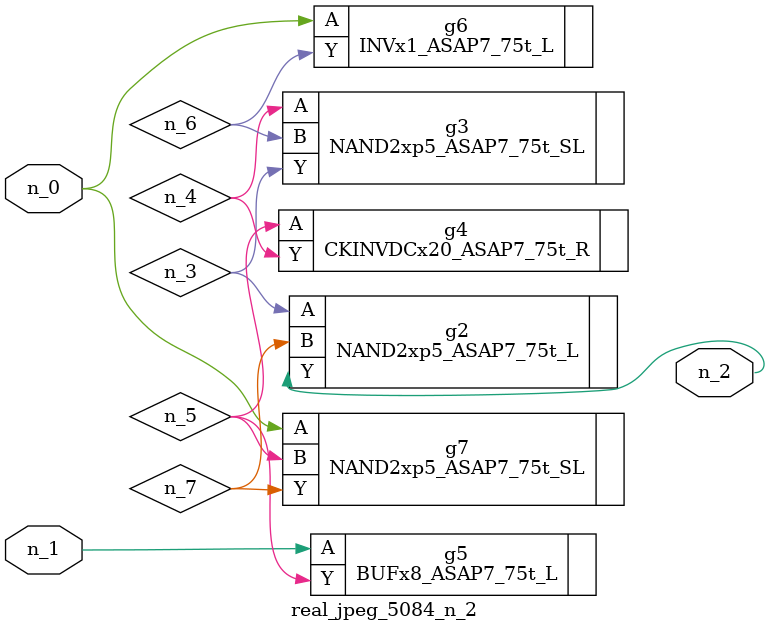
<source format=v>
module real_jpeg_5084_n_2 (n_1, n_0, n_2);

input n_1;
input n_0;

output n_2;

wire n_5;
wire n_4;
wire n_6;
wire n_7;
wire n_3;

INVx1_ASAP7_75t_L g6 ( 
.A(n_0),
.Y(n_6)
);

NAND2xp5_ASAP7_75t_SL g7 ( 
.A(n_0),
.B(n_5),
.Y(n_7)
);

BUFx8_ASAP7_75t_L g5 ( 
.A(n_1),
.Y(n_5)
);

NAND2xp5_ASAP7_75t_L g2 ( 
.A(n_3),
.B(n_7),
.Y(n_2)
);

NAND2xp5_ASAP7_75t_SL g3 ( 
.A(n_4),
.B(n_6),
.Y(n_3)
);

CKINVDCx20_ASAP7_75t_R g4 ( 
.A(n_5),
.Y(n_4)
);


endmodule
</source>
